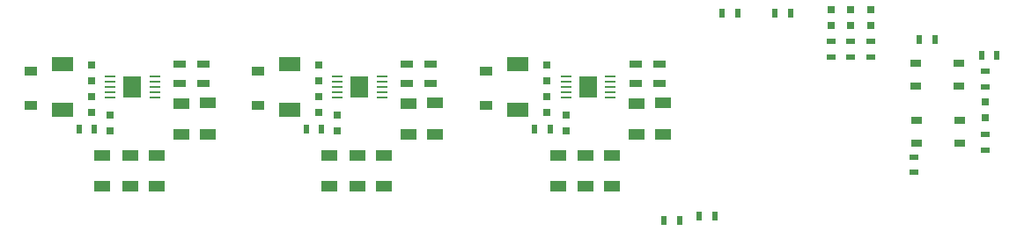
<source format=gbr>
G04 #@! TF.FileFunction,Paste,Bot*
%FSLAX46Y46*%
G04 Gerber Fmt 4.6, Leading zero omitted, Abs format (unit mm)*
G04 Created by KiCad (PCBNEW 4.0.0-rc1-stable) date 2/20/2017 10:27:06 PM*
%MOMM*%
G01*
G04 APERTURE LIST*
%ADD10C,0.100000*%
%ADD11R,1.600000X1.000000*%
%ADD12R,1.300000X0.700000*%
%ADD13R,1.100000X0.250000*%
%ADD14R,1.730000X2.000000*%
%ADD15R,0.750000X0.800000*%
%ADD16R,0.500000X0.900000*%
%ADD17R,2.100000X1.400000*%
%ADD18R,1.220000X0.910000*%
%ADD19R,0.797560X0.797560*%
%ADD20R,0.900000X0.500000*%
%ADD21R,1.049020X0.647700*%
G04 APERTURE END LIST*
D10*
D11*
X109502938Y-101625958D03*
X109502938Y-104625958D03*
D12*
X106835938Y-99757958D03*
X106835938Y-97857958D03*
D13*
X100113938Y-101077958D03*
X100113938Y-100577958D03*
X100113938Y-100077958D03*
X100113938Y-99577958D03*
X100113938Y-99077958D03*
X104413938Y-99077958D03*
X104413938Y-99577958D03*
X104413938Y-100077958D03*
X104413938Y-100577958D03*
X104413938Y-101077958D03*
D14*
X102263938Y-100077958D03*
D12*
X109121938Y-99757958D03*
X109121938Y-97857958D03*
D11*
X106962938Y-101649958D03*
X106962938Y-104649958D03*
X104584500Y-109665204D03*
X104584500Y-106665204D03*
X99377500Y-109665204D03*
X99377500Y-106665204D03*
X102044500Y-109665204D03*
X102044500Y-106665204D03*
D15*
X100139500Y-102767704D03*
X100139500Y-104267704D03*
D16*
X98615500Y-104164704D03*
X97115500Y-104164704D03*
D15*
X98326938Y-97930958D03*
X98326938Y-99430958D03*
D17*
X95532938Y-102277958D03*
X95532938Y-97877958D03*
D15*
X98326938Y-102478958D03*
X98326938Y-100978958D03*
D18*
X92484938Y-98553958D03*
X92484938Y-101823958D03*
D13*
X122084938Y-101077958D03*
X122084938Y-100577958D03*
X122084938Y-100077958D03*
X122084938Y-99577958D03*
X122084938Y-99077958D03*
X126384938Y-99077958D03*
X126384938Y-99577958D03*
X126384938Y-100077958D03*
X126384938Y-100577958D03*
X126384938Y-101077958D03*
D14*
X124234938Y-100077958D03*
D15*
X120297938Y-102478958D03*
X120297938Y-100978958D03*
D17*
X117503938Y-102277958D03*
X117503938Y-97877958D03*
D15*
X120297938Y-97930958D03*
X120297938Y-99430958D03*
D18*
X114455938Y-98553958D03*
X114455938Y-101823958D03*
D16*
X120586500Y-104164704D03*
X119086500Y-104164704D03*
D11*
X126555500Y-109665204D03*
X126555500Y-106665204D03*
X124015500Y-109665204D03*
X124015500Y-106665204D03*
X121348500Y-109665204D03*
X121348500Y-106665204D03*
D12*
X131092938Y-99757958D03*
X131092938Y-97857958D03*
D11*
X128933938Y-101649958D03*
X128933938Y-104649958D03*
X131473938Y-101625958D03*
X131473938Y-104625958D03*
D12*
X128806938Y-99757958D03*
X128806938Y-97857958D03*
D15*
X122110500Y-102767704D03*
X122110500Y-104267704D03*
D11*
X85118938Y-101649958D03*
X85118938Y-104649958D03*
D13*
X78269938Y-101077958D03*
X78269938Y-100577958D03*
X78269938Y-100077958D03*
X78269938Y-99577958D03*
X78269938Y-99077958D03*
X82569938Y-99077958D03*
X82569938Y-99577958D03*
X82569938Y-100077958D03*
X82569938Y-100577958D03*
X82569938Y-101077958D03*
D14*
X80419938Y-100077958D03*
D12*
X84991938Y-99757958D03*
X84991938Y-97857958D03*
X87277938Y-99757958D03*
X87277938Y-97857958D03*
D15*
X78295500Y-102767704D03*
X78295500Y-104267704D03*
D11*
X87658938Y-101625958D03*
X87658938Y-104625958D03*
D15*
X76482938Y-97930958D03*
X76482938Y-99430958D03*
D16*
X76771500Y-104164704D03*
X75271500Y-104164704D03*
D18*
X70640938Y-98553958D03*
X70640938Y-101823958D03*
D17*
X73688938Y-102277958D03*
X73688938Y-97877958D03*
D15*
X76482938Y-102478958D03*
X76482938Y-100978958D03*
D11*
X80200500Y-109665204D03*
X80200500Y-106665204D03*
X82740500Y-109665204D03*
X82740500Y-106665204D03*
X77533500Y-109665204D03*
X77533500Y-106665204D03*
D15*
X151384000Y-94095000D03*
X151384000Y-92595000D03*
X149479000Y-94095000D03*
X149479000Y-92595000D03*
X147574000Y-94107000D03*
X147574000Y-92607000D03*
D19*
X162433000Y-102984300D03*
X162433000Y-101485700D03*
D20*
X151384000Y-95643000D03*
X151384000Y-97143000D03*
X149479000Y-95655000D03*
X149479000Y-97155000D03*
X147574000Y-95643000D03*
X147574000Y-97143000D03*
X162433000Y-104660000D03*
X162433000Y-106160000D03*
X155575000Y-108307000D03*
X155575000Y-106807000D03*
D16*
X162064000Y-97028000D03*
X163564000Y-97028000D03*
D20*
X162433000Y-98564000D03*
X162433000Y-100064000D03*
D16*
X157607000Y-95504000D03*
X156107000Y-95504000D03*
D21*
X155747720Y-99949000D03*
X159893000Y-99949000D03*
X155747720Y-97800160D03*
X159893000Y-97800160D03*
X155788360Y-105468420D03*
X159933640Y-105468420D03*
X155788360Y-103319580D03*
X159933640Y-103319580D03*
D16*
X136398700Y-112509300D03*
X134898700Y-112509300D03*
X143726600Y-92913200D03*
X142226600Y-92913200D03*
X131507800Y-112966500D03*
X133007800Y-112966500D03*
X138595800Y-92913200D03*
X137095800Y-92913200D03*
M02*

</source>
